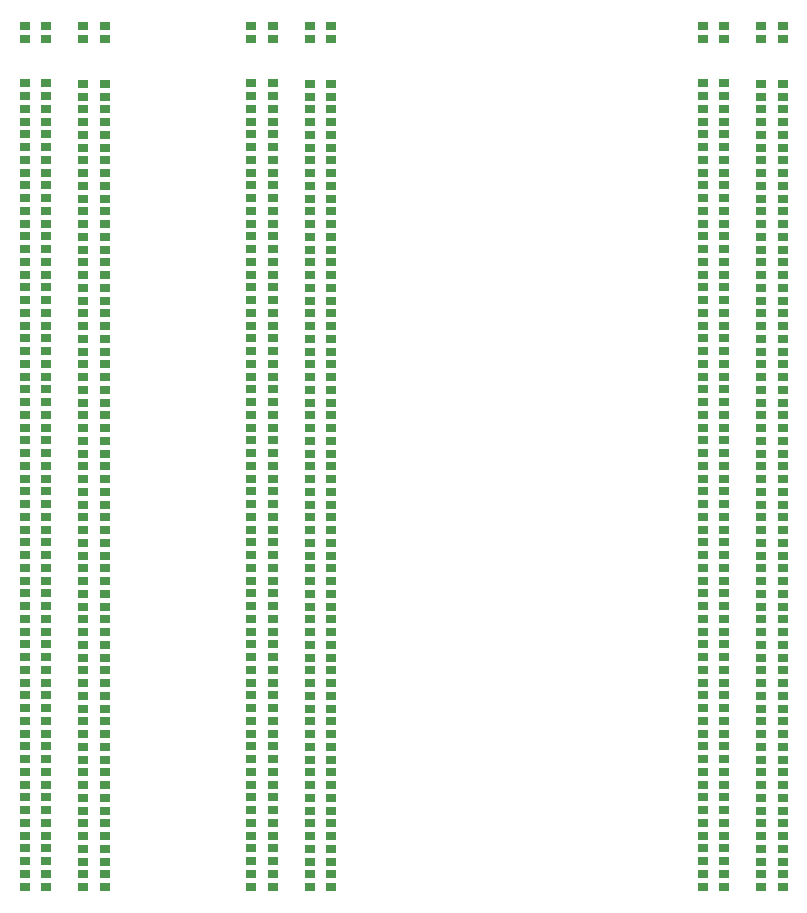
<source format=gtp>
G04 Layer: TopPasteMaskLayer*
G04 EasyEDA v6.5.29, 2023-07-18 10:57:26*
G04 0569b9fd0f0c4a709173e771a03f3b8e,5a6b42c53f6a479593ecc07194224c93,10*
G04 Gerber Generator version 0.2*
G04 Scale: 100 percent, Rotated: No, Reflected: No *
G04 Dimensions in millimeters *
G04 leading zeros omitted , absolute positions ,4 integer and 5 decimal *
%FSLAX45Y45*%
%MOMM*%

%ADD10R,0.9000X0.7000*%

%LPD*%
D10*
G01*
X3457016Y3991990D03*
G01*
X3274009Y3991990D03*
G01*
X3274009Y3881983D03*
G01*
X3457016Y3881983D03*
G01*
X3457016Y6798690D03*
G01*
X3274009Y6798690D03*
G01*
X3274009Y6688683D03*
G01*
X3457016Y6688683D03*
G01*
X3457016Y6582790D03*
G01*
X3274009Y6582790D03*
G01*
X3274009Y6472783D03*
G01*
X3457016Y6472783D03*
G01*
X3457016Y6366890D03*
G01*
X3274009Y6366890D03*
G01*
X3274009Y6256883D03*
G01*
X3457016Y6256883D03*
G01*
X3457016Y6150990D03*
G01*
X3274009Y6150990D03*
G01*
X3274009Y6040983D03*
G01*
X3457016Y6040983D03*
G01*
X3457016Y5935090D03*
G01*
X3274009Y5935090D03*
G01*
X3274009Y5825083D03*
G01*
X3457016Y5825083D03*
G01*
X3457016Y5719190D03*
G01*
X3274009Y5719190D03*
G01*
X3274009Y5609183D03*
G01*
X3457016Y5609183D03*
G01*
X3457016Y5503290D03*
G01*
X3274009Y5503290D03*
G01*
X3274009Y5393283D03*
G01*
X3457016Y5393283D03*
G01*
X3457016Y5287390D03*
G01*
X3274009Y5287390D03*
G01*
X3274009Y5177383D03*
G01*
X3457016Y5177383D03*
G01*
X3457016Y5071490D03*
G01*
X3274009Y5071490D03*
G01*
X3274009Y4961483D03*
G01*
X3457016Y4961483D03*
G01*
X3457016Y4855590D03*
G01*
X3274009Y4855590D03*
G01*
X3274009Y4745583D03*
G01*
X3457016Y4745583D03*
G01*
X3457016Y4639690D03*
G01*
X3274009Y4639690D03*
G01*
X3274009Y4529683D03*
G01*
X3457016Y4529683D03*
G01*
X3457016Y4423790D03*
G01*
X3274009Y4423790D03*
G01*
X3274009Y4313783D03*
G01*
X3457016Y4313783D03*
G01*
X3457016Y4207890D03*
G01*
X3274009Y4207890D03*
G01*
X3274009Y4097883D03*
G01*
X3457016Y4097883D03*
G01*
X3457016Y7014590D03*
G01*
X3274009Y7014590D03*
G01*
X3274009Y6904583D03*
G01*
X3457016Y6904583D03*
G01*
X3457016Y7230490D03*
G01*
X3274009Y7230490D03*
G01*
X3274009Y7120483D03*
G01*
X3457016Y7120483D03*
G01*
X3457016Y7446390D03*
G01*
X3274009Y7446390D03*
G01*
X3274009Y7336383D03*
G01*
X3457016Y7336383D03*
G01*
X3457016Y7662290D03*
G01*
X3274009Y7662290D03*
G01*
X3274009Y7552283D03*
G01*
X3457016Y7552283D03*
G01*
X3457016Y7878190D03*
G01*
X3274009Y7878190D03*
G01*
X3274009Y7768183D03*
G01*
X3457016Y7768183D03*
G01*
X3457016Y8094090D03*
G01*
X3274009Y8094090D03*
G01*
X3274009Y7984083D03*
G01*
X3457016Y7984083D03*
G01*
X3457016Y8309990D03*
G01*
X3274009Y8309990D03*
G01*
X3274009Y8199983D03*
G01*
X3457016Y8199983D03*
G01*
X3457016Y8525890D03*
G01*
X3274009Y8525890D03*
G01*
X3274009Y8415883D03*
G01*
X3457016Y8415883D03*
G01*
X3457016Y8741790D03*
G01*
X3274009Y8741790D03*
G01*
X3274009Y8631783D03*
G01*
X3457016Y8631783D03*
G01*
X3457016Y8957690D03*
G01*
X3274009Y8957690D03*
G01*
X3274009Y8847683D03*
G01*
X3457016Y8847683D03*
G01*
X3457016Y9173590D03*
G01*
X3274009Y9173590D03*
G01*
X3274009Y9063583D03*
G01*
X3457016Y9063583D03*
G01*
X3457016Y9389490D03*
G01*
X3274009Y9389490D03*
G01*
X3274009Y9279483D03*
G01*
X3457016Y9279483D03*
G01*
X3457016Y9605390D03*
G01*
X3274009Y9605390D03*
G01*
X3274009Y9495383D03*
G01*
X3457016Y9495383D03*
G01*
X3457016Y9821290D03*
G01*
X3274009Y9821290D03*
G01*
X3274009Y9711283D03*
G01*
X3457016Y9711283D03*
G01*
X3457016Y10037190D03*
G01*
X3274009Y10037190D03*
G01*
X3274009Y9927183D03*
G01*
X3457016Y9927183D03*
G01*
X3457016Y10253090D03*
G01*
X3274009Y10253090D03*
G01*
X3274009Y10143083D03*
G01*
X3457016Y10143083D03*
G01*
X3457016Y10468990D03*
G01*
X3274009Y10468990D03*
G01*
X3274009Y10358983D03*
G01*
X3457016Y10358983D03*
G01*
X3457016Y10684890D03*
G01*
X3274009Y10684890D03*
G01*
X3274009Y10574883D03*
G01*
X3457016Y10574883D03*
G01*
X3952316Y3987800D03*
G01*
X3769309Y3987800D03*
G01*
X3769309Y3877792D03*
G01*
X3952316Y3877792D03*
G01*
X3952316Y4203700D03*
G01*
X3769309Y4203700D03*
G01*
X3769309Y4093692D03*
G01*
X3952316Y4093692D03*
G01*
X3952316Y4419600D03*
G01*
X3769309Y4419600D03*
G01*
X3769309Y4309592D03*
G01*
X3952316Y4309592D03*
G01*
X3952316Y4635500D03*
G01*
X3769309Y4635500D03*
G01*
X3769309Y4525492D03*
G01*
X3952316Y4525492D03*
G01*
X3952316Y4851400D03*
G01*
X3769309Y4851400D03*
G01*
X3769309Y4741392D03*
G01*
X3952316Y4741392D03*
G01*
X3952316Y5067300D03*
G01*
X3769309Y5067300D03*
G01*
X3769309Y4957292D03*
G01*
X3952316Y4957292D03*
G01*
X3952316Y5283200D03*
G01*
X3769309Y5283200D03*
G01*
X3769309Y5173192D03*
G01*
X3952316Y5173192D03*
G01*
X3952316Y5499100D03*
G01*
X3769309Y5499100D03*
G01*
X3769309Y5389092D03*
G01*
X3952316Y5389092D03*
G01*
X3952316Y5715000D03*
G01*
X3769309Y5715000D03*
G01*
X3769309Y5604992D03*
G01*
X3952316Y5604992D03*
G01*
X3952316Y5930900D03*
G01*
X3769309Y5930900D03*
G01*
X3769309Y5820892D03*
G01*
X3952316Y5820892D03*
G01*
X3952316Y6146800D03*
G01*
X3769309Y6146800D03*
G01*
X3769309Y6036792D03*
G01*
X3952316Y6036792D03*
G01*
X3952316Y6362700D03*
G01*
X3769283Y6362700D03*
G01*
X3769309Y6252692D03*
G01*
X3952316Y6252692D03*
G01*
X3952316Y6578600D03*
G01*
X3769283Y6578600D03*
G01*
X3769309Y6468592D03*
G01*
X3952316Y6468592D03*
G01*
X3952316Y6794500D03*
G01*
X3769283Y6794500D03*
G01*
X3769309Y6684492D03*
G01*
X3952316Y6684492D03*
G01*
X3952316Y7010400D03*
G01*
X3769283Y7010400D03*
G01*
X3769309Y6900392D03*
G01*
X3952316Y6900392D03*
G01*
X3952316Y7226300D03*
G01*
X3769283Y7226300D03*
G01*
X3769309Y7116292D03*
G01*
X3952316Y7116292D03*
G01*
X3952316Y7442200D03*
G01*
X3769283Y7442200D03*
G01*
X3769309Y7332192D03*
G01*
X3952316Y7332192D03*
G01*
X3952316Y7658100D03*
G01*
X3769283Y7658100D03*
G01*
X3769309Y7548092D03*
G01*
X3952316Y7548092D03*
G01*
X3952316Y7874000D03*
G01*
X3769283Y7874000D03*
G01*
X3769309Y7763992D03*
G01*
X3952316Y7763992D03*
G01*
X3952316Y8089900D03*
G01*
X3769283Y8089900D03*
G01*
X3769309Y7979892D03*
G01*
X3952316Y7979892D03*
G01*
X3952316Y8305800D03*
G01*
X3769283Y8305800D03*
G01*
X3769309Y8195792D03*
G01*
X3952316Y8195792D03*
G01*
X3952316Y8521700D03*
G01*
X3769283Y8521700D03*
G01*
X3769309Y8411692D03*
G01*
X3952316Y8411692D03*
G01*
X3952316Y8737600D03*
G01*
X3769283Y8737600D03*
G01*
X3769309Y8627592D03*
G01*
X3952316Y8627592D03*
G01*
X3952316Y8953500D03*
G01*
X3769283Y8953500D03*
G01*
X3769309Y8843492D03*
G01*
X3952316Y8843492D03*
G01*
X3952316Y9169400D03*
G01*
X3769283Y9169400D03*
G01*
X3769309Y9059392D03*
G01*
X3952316Y9059392D03*
G01*
X3952316Y9385300D03*
G01*
X3769283Y9385300D03*
G01*
X3769309Y9275292D03*
G01*
X3952316Y9275292D03*
G01*
X3952316Y9601200D03*
G01*
X3769283Y9601200D03*
G01*
X3769309Y9491192D03*
G01*
X3952316Y9491192D03*
G01*
X3952316Y9817100D03*
G01*
X3769283Y9817100D03*
G01*
X3769309Y9707092D03*
G01*
X3952316Y9707092D03*
G01*
X3952316Y10033000D03*
G01*
X3769283Y10033000D03*
G01*
X3769309Y9922992D03*
G01*
X3952316Y9922992D03*
G01*
X3952316Y10248900D03*
G01*
X3769283Y10248900D03*
G01*
X3769309Y10138892D03*
G01*
X3952316Y10138892D03*
G01*
X3952316Y10464800D03*
G01*
X3769283Y10464800D03*
G01*
X3769309Y10354792D03*
G01*
X3952316Y10354792D03*
G01*
X3952316Y10680700D03*
G01*
X3769283Y10680700D03*
G01*
X3769309Y10570692D03*
G01*
X3952316Y10570692D03*
G01*
X3457016Y11167490D03*
G01*
X3274009Y11167490D03*
G01*
X3274009Y11057483D03*
G01*
X3457016Y11057483D03*
G01*
X3952316Y11167490D03*
G01*
X3769309Y11167490D03*
G01*
X3769309Y11057483D03*
G01*
X3952316Y11057483D03*
G01*
X7279716Y3991990D03*
G01*
X7096709Y3991990D03*
G01*
X7096709Y3881983D03*
G01*
X7279716Y3881983D03*
G01*
X7279716Y6798690D03*
G01*
X7096709Y6798690D03*
G01*
X7096709Y6688683D03*
G01*
X7279716Y6688683D03*
G01*
X7279716Y6582790D03*
G01*
X7096709Y6582790D03*
G01*
X7096709Y6472783D03*
G01*
X7279716Y6472783D03*
G01*
X7279716Y6366890D03*
G01*
X7096709Y6366890D03*
G01*
X7096709Y6256883D03*
G01*
X7279716Y6256883D03*
G01*
X7279716Y6150990D03*
G01*
X7096709Y6150990D03*
G01*
X7096709Y6040983D03*
G01*
X7279716Y6040983D03*
G01*
X7279716Y5935090D03*
G01*
X7096709Y5935090D03*
G01*
X7096709Y5825083D03*
G01*
X7279716Y5825083D03*
G01*
X7279716Y5719190D03*
G01*
X7096709Y5719190D03*
G01*
X7096709Y5609183D03*
G01*
X7279716Y5609183D03*
G01*
X7279716Y5503290D03*
G01*
X7096709Y5503290D03*
G01*
X7096709Y5393283D03*
G01*
X7279716Y5393283D03*
G01*
X7279716Y5287390D03*
G01*
X7096709Y5287390D03*
G01*
X7096709Y5177383D03*
G01*
X7279716Y5177383D03*
G01*
X7279716Y5071490D03*
G01*
X7096709Y5071490D03*
G01*
X7096709Y4961483D03*
G01*
X7279716Y4961483D03*
G01*
X7279716Y4855590D03*
G01*
X7096709Y4855590D03*
G01*
X7096709Y4745583D03*
G01*
X7279716Y4745583D03*
G01*
X7279716Y4639690D03*
G01*
X7096709Y4639690D03*
G01*
X7096709Y4529683D03*
G01*
X7279716Y4529683D03*
G01*
X7279716Y4423790D03*
G01*
X7096709Y4423790D03*
G01*
X7096709Y4313783D03*
G01*
X7279716Y4313783D03*
G01*
X7279716Y4207890D03*
G01*
X7096709Y4207890D03*
G01*
X7096709Y4097883D03*
G01*
X7279716Y4097883D03*
G01*
X7279716Y7014590D03*
G01*
X7096709Y7014590D03*
G01*
X7096709Y6904583D03*
G01*
X7279716Y6904583D03*
G01*
X7279716Y7230490D03*
G01*
X7096709Y7230490D03*
G01*
X7096709Y7120483D03*
G01*
X7279716Y7120483D03*
G01*
X7279716Y7446390D03*
G01*
X7096709Y7446390D03*
G01*
X7096709Y7336383D03*
G01*
X7279716Y7336383D03*
G01*
X7279716Y7662290D03*
G01*
X7096709Y7662290D03*
G01*
X7096709Y7552283D03*
G01*
X7279716Y7552283D03*
G01*
X7279716Y7878190D03*
G01*
X7096709Y7878190D03*
G01*
X7096709Y7768183D03*
G01*
X7279716Y7768183D03*
G01*
X7279716Y8094090D03*
G01*
X7096709Y8094090D03*
G01*
X7096709Y7984083D03*
G01*
X7279716Y7984083D03*
G01*
X7279716Y8309990D03*
G01*
X7096709Y8309990D03*
G01*
X7096709Y8199983D03*
G01*
X7279716Y8199983D03*
G01*
X7279716Y8525890D03*
G01*
X7096709Y8525890D03*
G01*
X7096709Y8415883D03*
G01*
X7279716Y8415883D03*
G01*
X7279716Y8741790D03*
G01*
X7096709Y8741790D03*
G01*
X7096709Y8631783D03*
G01*
X7279716Y8631783D03*
G01*
X7279716Y8957690D03*
G01*
X7096709Y8957690D03*
G01*
X7096709Y8847683D03*
G01*
X7279716Y8847683D03*
G01*
X7279716Y9173590D03*
G01*
X7096709Y9173590D03*
G01*
X7096709Y9063583D03*
G01*
X7279716Y9063583D03*
G01*
X7279716Y9389490D03*
G01*
X7096709Y9389490D03*
G01*
X7096709Y9279483D03*
G01*
X7279716Y9279483D03*
G01*
X7279716Y9605390D03*
G01*
X7096709Y9605390D03*
G01*
X7096709Y9495383D03*
G01*
X7279716Y9495383D03*
G01*
X7279716Y9821290D03*
G01*
X7096709Y9821290D03*
G01*
X7096709Y9711283D03*
G01*
X7279716Y9711283D03*
G01*
X7279716Y10037190D03*
G01*
X7096709Y10037190D03*
G01*
X7096709Y9927183D03*
G01*
X7279716Y9927183D03*
G01*
X7279716Y10253090D03*
G01*
X7096709Y10253090D03*
G01*
X7096709Y10143083D03*
G01*
X7279716Y10143083D03*
G01*
X7279716Y10468990D03*
G01*
X7096709Y10468990D03*
G01*
X7096709Y10358983D03*
G01*
X7279716Y10358983D03*
G01*
X7279716Y10684890D03*
G01*
X7096709Y10684890D03*
G01*
X7096709Y10574883D03*
G01*
X7279716Y10574883D03*
G01*
X7775016Y3987800D03*
G01*
X7592009Y3987800D03*
G01*
X7592009Y3877792D03*
G01*
X7775016Y3877792D03*
G01*
X7775016Y4203700D03*
G01*
X7592009Y4203700D03*
G01*
X7592009Y4093692D03*
G01*
X7775016Y4093692D03*
G01*
X7775016Y4419600D03*
G01*
X7592009Y4419600D03*
G01*
X7592009Y4309592D03*
G01*
X7775016Y4309592D03*
G01*
X7775016Y4635500D03*
G01*
X7592009Y4635500D03*
G01*
X7592009Y4525492D03*
G01*
X7775016Y4525492D03*
G01*
X7775016Y4851400D03*
G01*
X7592009Y4851400D03*
G01*
X7592009Y4741392D03*
G01*
X7775016Y4741392D03*
G01*
X7775016Y5067300D03*
G01*
X7592009Y5067300D03*
G01*
X7592009Y4957292D03*
G01*
X7775016Y4957292D03*
G01*
X7775016Y5283200D03*
G01*
X7592009Y5283200D03*
G01*
X7592009Y5173192D03*
G01*
X7775016Y5173192D03*
G01*
X7775016Y5499100D03*
G01*
X7592009Y5499100D03*
G01*
X7592009Y5389092D03*
G01*
X7775016Y5389092D03*
G01*
X7775016Y5715000D03*
G01*
X7592009Y5715000D03*
G01*
X7592009Y5604992D03*
G01*
X7775016Y5604992D03*
G01*
X7775016Y5930900D03*
G01*
X7592009Y5930900D03*
G01*
X7592009Y5820892D03*
G01*
X7775016Y5820892D03*
G01*
X7775016Y6146800D03*
G01*
X7592009Y6146800D03*
G01*
X7592009Y6036792D03*
G01*
X7775016Y6036792D03*
G01*
X7775016Y6362700D03*
G01*
X7591983Y6362700D03*
G01*
X7592009Y6252692D03*
G01*
X7775016Y6252692D03*
G01*
X7775016Y6578600D03*
G01*
X7591983Y6578600D03*
G01*
X7592009Y6468592D03*
G01*
X7775016Y6468592D03*
G01*
X7775016Y6794500D03*
G01*
X7591983Y6794500D03*
G01*
X7592009Y6684492D03*
G01*
X7775016Y6684492D03*
G01*
X7775016Y7010400D03*
G01*
X7591983Y7010400D03*
G01*
X7592009Y6900392D03*
G01*
X7775016Y6900392D03*
G01*
X7775016Y7226300D03*
G01*
X7591983Y7226300D03*
G01*
X7592009Y7116292D03*
G01*
X7775016Y7116292D03*
G01*
X7775016Y7442200D03*
G01*
X7591983Y7442200D03*
G01*
X7592009Y7332192D03*
G01*
X7775016Y7332192D03*
G01*
X7775016Y7658100D03*
G01*
X7591983Y7658100D03*
G01*
X7592009Y7548092D03*
G01*
X7775016Y7548092D03*
G01*
X7775016Y7874000D03*
G01*
X7591983Y7874000D03*
G01*
X7592009Y7763992D03*
G01*
X7775016Y7763992D03*
G01*
X7775016Y8089900D03*
G01*
X7591983Y8089900D03*
G01*
X7592009Y7979892D03*
G01*
X7775016Y7979892D03*
G01*
X7775016Y8305800D03*
G01*
X7591983Y8305800D03*
G01*
X7592009Y8195792D03*
G01*
X7775016Y8195792D03*
G01*
X7775016Y8521700D03*
G01*
X7591983Y8521700D03*
G01*
X7592009Y8411692D03*
G01*
X7775016Y8411692D03*
G01*
X7775016Y8737600D03*
G01*
X7591983Y8737600D03*
G01*
X7592009Y8627592D03*
G01*
X7775016Y8627592D03*
G01*
X7775016Y8953500D03*
G01*
X7591983Y8953500D03*
G01*
X7592009Y8843492D03*
G01*
X7775016Y8843492D03*
G01*
X7775016Y9169400D03*
G01*
X7591983Y9169400D03*
G01*
X7592009Y9059392D03*
G01*
X7775016Y9059392D03*
G01*
X7775016Y9385300D03*
G01*
X7591983Y9385300D03*
G01*
X7592009Y9275292D03*
G01*
X7775016Y9275292D03*
G01*
X7775016Y9601200D03*
G01*
X7591983Y9601200D03*
G01*
X7592009Y9491192D03*
G01*
X7775016Y9491192D03*
G01*
X7775016Y9817100D03*
G01*
X7591983Y9817100D03*
G01*
X7592009Y9707092D03*
G01*
X7775016Y9707092D03*
G01*
X7775016Y10033000D03*
G01*
X7591983Y10033000D03*
G01*
X7592009Y9922992D03*
G01*
X7775016Y9922992D03*
G01*
X7775016Y10248900D03*
G01*
X7591983Y10248900D03*
G01*
X7592009Y10138892D03*
G01*
X7775016Y10138892D03*
G01*
X7775016Y10464800D03*
G01*
X7591983Y10464800D03*
G01*
X7592009Y10354792D03*
G01*
X7775016Y10354792D03*
G01*
X7775016Y10680700D03*
G01*
X7591983Y10680700D03*
G01*
X7592009Y10570692D03*
G01*
X7775016Y10570692D03*
G01*
X7279716Y11167490D03*
G01*
X7096709Y11167490D03*
G01*
X7096709Y11057483D03*
G01*
X7279716Y11057483D03*
G01*
X7775016Y11167490D03*
G01*
X7592009Y11167490D03*
G01*
X7592009Y11057483D03*
G01*
X7775016Y11057483D03*
G01*
X1539316Y3991990D03*
G01*
X1356309Y3991990D03*
G01*
X1356309Y3881983D03*
G01*
X1539316Y3881983D03*
G01*
X1539316Y6798690D03*
G01*
X1356309Y6798690D03*
G01*
X1356309Y6688683D03*
G01*
X1539316Y6688683D03*
G01*
X1539316Y6582790D03*
G01*
X1356309Y6582790D03*
G01*
X1356309Y6472783D03*
G01*
X1539316Y6472783D03*
G01*
X1539316Y6366890D03*
G01*
X1356309Y6366890D03*
G01*
X1356309Y6256883D03*
G01*
X1539316Y6256883D03*
G01*
X1539316Y6150990D03*
G01*
X1356309Y6150990D03*
G01*
X1356309Y6040983D03*
G01*
X1539316Y6040983D03*
G01*
X1539316Y5935090D03*
G01*
X1356309Y5935090D03*
G01*
X1356309Y5825083D03*
G01*
X1539316Y5825083D03*
G01*
X1539316Y5719190D03*
G01*
X1356309Y5719190D03*
G01*
X1356309Y5609183D03*
G01*
X1539316Y5609183D03*
G01*
X1539316Y5503290D03*
G01*
X1356309Y5503290D03*
G01*
X1356309Y5393283D03*
G01*
X1539316Y5393283D03*
G01*
X1539316Y5287390D03*
G01*
X1356309Y5287390D03*
G01*
X1356309Y5177383D03*
G01*
X1539316Y5177383D03*
G01*
X1539316Y5071490D03*
G01*
X1356309Y5071490D03*
G01*
X1356309Y4961483D03*
G01*
X1539316Y4961483D03*
G01*
X1539316Y4855590D03*
G01*
X1356309Y4855590D03*
G01*
X1356309Y4745583D03*
G01*
X1539316Y4745583D03*
G01*
X1539316Y4639690D03*
G01*
X1356309Y4639690D03*
G01*
X1356309Y4529683D03*
G01*
X1539316Y4529683D03*
G01*
X1539316Y4423790D03*
G01*
X1356309Y4423790D03*
G01*
X1356309Y4313783D03*
G01*
X1539316Y4313783D03*
G01*
X1539316Y4207890D03*
G01*
X1356309Y4207890D03*
G01*
X1356309Y4097883D03*
G01*
X1539316Y4097883D03*
G01*
X1539316Y7014590D03*
G01*
X1356309Y7014590D03*
G01*
X1356309Y6904583D03*
G01*
X1539316Y6904583D03*
G01*
X1539316Y7230490D03*
G01*
X1356309Y7230490D03*
G01*
X1356309Y7120483D03*
G01*
X1539316Y7120483D03*
G01*
X1539316Y7446390D03*
G01*
X1356309Y7446390D03*
G01*
X1356309Y7336383D03*
G01*
X1539316Y7336383D03*
G01*
X1539316Y7662290D03*
G01*
X1356309Y7662290D03*
G01*
X1356309Y7552283D03*
G01*
X1539316Y7552283D03*
G01*
X1539316Y7878190D03*
G01*
X1356309Y7878190D03*
G01*
X1356309Y7768183D03*
G01*
X1539316Y7768183D03*
G01*
X1539316Y8094090D03*
G01*
X1356309Y8094090D03*
G01*
X1356309Y7984083D03*
G01*
X1539316Y7984083D03*
G01*
X1539316Y8309990D03*
G01*
X1356309Y8309990D03*
G01*
X1356309Y8199983D03*
G01*
X1539316Y8199983D03*
G01*
X1539316Y8525890D03*
G01*
X1356309Y8525890D03*
G01*
X1356309Y8415883D03*
G01*
X1539316Y8415883D03*
G01*
X1539316Y8741790D03*
G01*
X1356309Y8741790D03*
G01*
X1356309Y8631783D03*
G01*
X1539316Y8631783D03*
G01*
X1539316Y8957690D03*
G01*
X1356309Y8957690D03*
G01*
X1356309Y8847683D03*
G01*
X1539316Y8847683D03*
G01*
X1539316Y9173590D03*
G01*
X1356309Y9173590D03*
G01*
X1356309Y9063583D03*
G01*
X1539316Y9063583D03*
G01*
X1539316Y9389490D03*
G01*
X1356309Y9389490D03*
G01*
X1356309Y9279483D03*
G01*
X1539316Y9279483D03*
G01*
X1539316Y9605390D03*
G01*
X1356309Y9605390D03*
G01*
X1356309Y9495383D03*
G01*
X1539316Y9495383D03*
G01*
X1539316Y9821290D03*
G01*
X1356309Y9821290D03*
G01*
X1356309Y9711283D03*
G01*
X1539316Y9711283D03*
G01*
X1539316Y10037190D03*
G01*
X1356309Y10037190D03*
G01*
X1356309Y9927183D03*
G01*
X1539316Y9927183D03*
G01*
X1539316Y10253090D03*
G01*
X1356309Y10253090D03*
G01*
X1356309Y10143083D03*
G01*
X1539316Y10143083D03*
G01*
X1539316Y10468990D03*
G01*
X1356309Y10468990D03*
G01*
X1356309Y10358983D03*
G01*
X1539316Y10358983D03*
G01*
X1539316Y10684890D03*
G01*
X1356309Y10684890D03*
G01*
X1356309Y10574883D03*
G01*
X1539316Y10574883D03*
G01*
X2034616Y3987800D03*
G01*
X1851609Y3987800D03*
G01*
X1851609Y3877792D03*
G01*
X2034616Y3877792D03*
G01*
X2034616Y4203700D03*
G01*
X1851609Y4203700D03*
G01*
X1851609Y4093692D03*
G01*
X2034616Y4093692D03*
G01*
X2034616Y4419600D03*
G01*
X1851609Y4419600D03*
G01*
X1851609Y4309592D03*
G01*
X2034616Y4309592D03*
G01*
X2034616Y4635500D03*
G01*
X1851609Y4635500D03*
G01*
X1851609Y4525492D03*
G01*
X2034616Y4525492D03*
G01*
X2034616Y4851400D03*
G01*
X1851609Y4851400D03*
G01*
X1851609Y4741392D03*
G01*
X2034616Y4741392D03*
G01*
X2034616Y5067300D03*
G01*
X1851609Y5067300D03*
G01*
X1851609Y4957292D03*
G01*
X2034616Y4957292D03*
G01*
X2034616Y5283200D03*
G01*
X1851609Y5283200D03*
G01*
X1851609Y5173192D03*
G01*
X2034616Y5173192D03*
G01*
X2034616Y5499100D03*
G01*
X1851609Y5499100D03*
G01*
X1851609Y5389092D03*
G01*
X2034616Y5389092D03*
G01*
X2034616Y5715000D03*
G01*
X1851609Y5715000D03*
G01*
X1851609Y5604992D03*
G01*
X2034616Y5604992D03*
G01*
X2034616Y5930900D03*
G01*
X1851609Y5930900D03*
G01*
X1851609Y5820892D03*
G01*
X2034616Y5820892D03*
G01*
X2034616Y6146800D03*
G01*
X1851609Y6146800D03*
G01*
X1851609Y6036792D03*
G01*
X2034616Y6036792D03*
G01*
X2034616Y6362700D03*
G01*
X1851583Y6362700D03*
G01*
X1851609Y6252692D03*
G01*
X2034616Y6252692D03*
G01*
X2034616Y6578600D03*
G01*
X1851583Y6578600D03*
G01*
X1851609Y6468592D03*
G01*
X2034616Y6468592D03*
G01*
X2034616Y6794500D03*
G01*
X1851583Y6794500D03*
G01*
X1851609Y6684492D03*
G01*
X2034616Y6684492D03*
G01*
X2034616Y7010400D03*
G01*
X1851583Y7010400D03*
G01*
X1851609Y6900392D03*
G01*
X2034616Y6900392D03*
G01*
X2034616Y7226300D03*
G01*
X1851583Y7226300D03*
G01*
X1851609Y7116292D03*
G01*
X2034616Y7116292D03*
G01*
X2034616Y7442200D03*
G01*
X1851583Y7442200D03*
G01*
X1851609Y7332192D03*
G01*
X2034616Y7332192D03*
G01*
X2034616Y7658100D03*
G01*
X1851583Y7658100D03*
G01*
X1851609Y7548092D03*
G01*
X2034616Y7548092D03*
G01*
X2034616Y7874000D03*
G01*
X1851583Y7874000D03*
G01*
X1851609Y7763992D03*
G01*
X2034616Y7763992D03*
G01*
X2034616Y8089900D03*
G01*
X1851583Y8089900D03*
G01*
X1851609Y7979892D03*
G01*
X2034616Y7979892D03*
G01*
X2034616Y8305800D03*
G01*
X1851583Y8305800D03*
G01*
X1851609Y8195792D03*
G01*
X2034616Y8195792D03*
G01*
X2034616Y8521700D03*
G01*
X1851583Y8521700D03*
G01*
X1851609Y8411692D03*
G01*
X2034616Y8411692D03*
G01*
X2034616Y8737600D03*
G01*
X1851583Y8737600D03*
G01*
X1851609Y8627592D03*
G01*
X2034616Y8627592D03*
G01*
X2034616Y8953500D03*
G01*
X1851583Y8953500D03*
G01*
X1851609Y8843492D03*
G01*
X2034616Y8843492D03*
G01*
X2034616Y9169400D03*
G01*
X1851583Y9169400D03*
G01*
X1851609Y9059392D03*
G01*
X2034616Y9059392D03*
G01*
X2034616Y9385300D03*
G01*
X1851583Y9385300D03*
G01*
X1851609Y9275292D03*
G01*
X2034616Y9275292D03*
G01*
X2034616Y9601200D03*
G01*
X1851583Y9601200D03*
G01*
X1851609Y9491192D03*
G01*
X2034616Y9491192D03*
G01*
X2034616Y9817100D03*
G01*
X1851583Y9817100D03*
G01*
X1851609Y9707092D03*
G01*
X2034616Y9707092D03*
G01*
X2034616Y10033000D03*
G01*
X1851583Y10033000D03*
G01*
X1851609Y9922992D03*
G01*
X2034616Y9922992D03*
G01*
X2034616Y10248900D03*
G01*
X1851583Y10248900D03*
G01*
X1851609Y10138892D03*
G01*
X2034616Y10138892D03*
G01*
X2034616Y10464800D03*
G01*
X1851583Y10464800D03*
G01*
X1851609Y10354792D03*
G01*
X2034616Y10354792D03*
G01*
X2034616Y10680700D03*
G01*
X1851583Y10680700D03*
G01*
X1851609Y10570692D03*
G01*
X2034616Y10570692D03*
G01*
X1539316Y11167490D03*
G01*
X1356309Y11167490D03*
G01*
X1356309Y11057483D03*
G01*
X1539316Y11057483D03*
G01*
X2034616Y11167490D03*
G01*
X1851609Y11167490D03*
G01*
X1851609Y11057483D03*
G01*
X2034616Y11057483D03*
M02*

</source>
